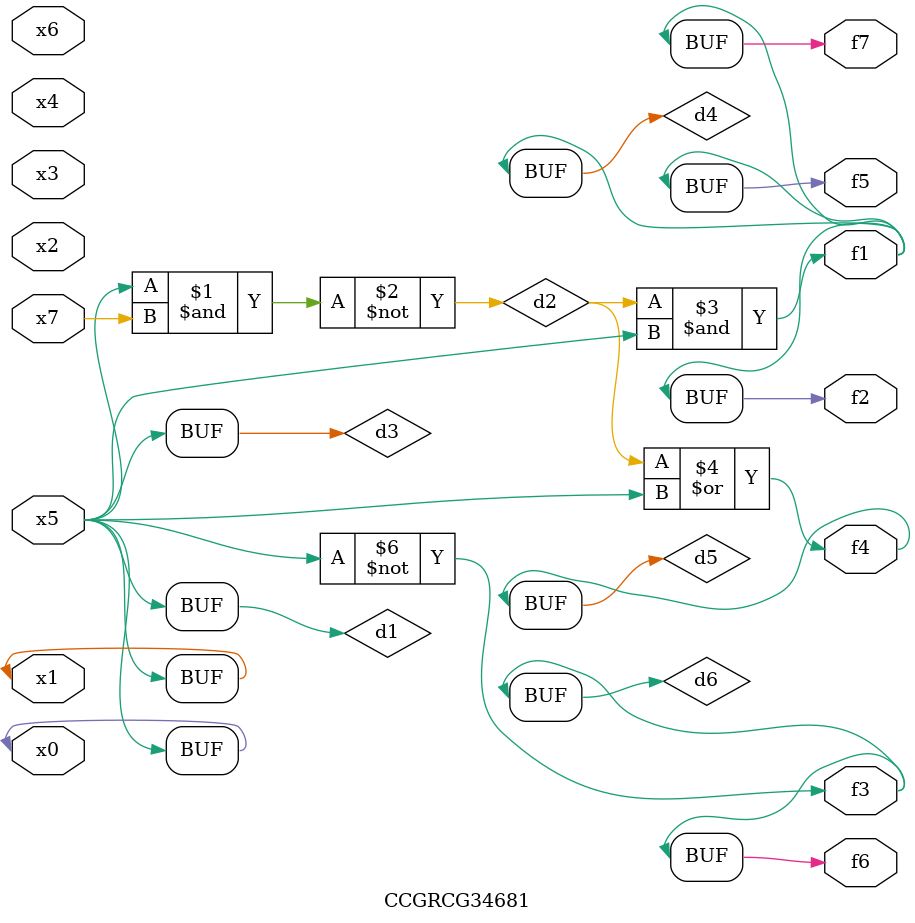
<source format=v>
module CCGRCG34681(
	input x0, x1, x2, x3, x4, x5, x6, x7,
	output f1, f2, f3, f4, f5, f6, f7
);

	wire d1, d2, d3, d4, d5, d6;

	buf (d1, x0, x5);
	nand (d2, x5, x7);
	buf (d3, x0, x1);
	and (d4, d2, d3);
	or (d5, d2, d3);
	nor (d6, d1, d3);
	assign f1 = d4;
	assign f2 = d4;
	assign f3 = d6;
	assign f4 = d5;
	assign f5 = d4;
	assign f6 = d6;
	assign f7 = d4;
endmodule

</source>
